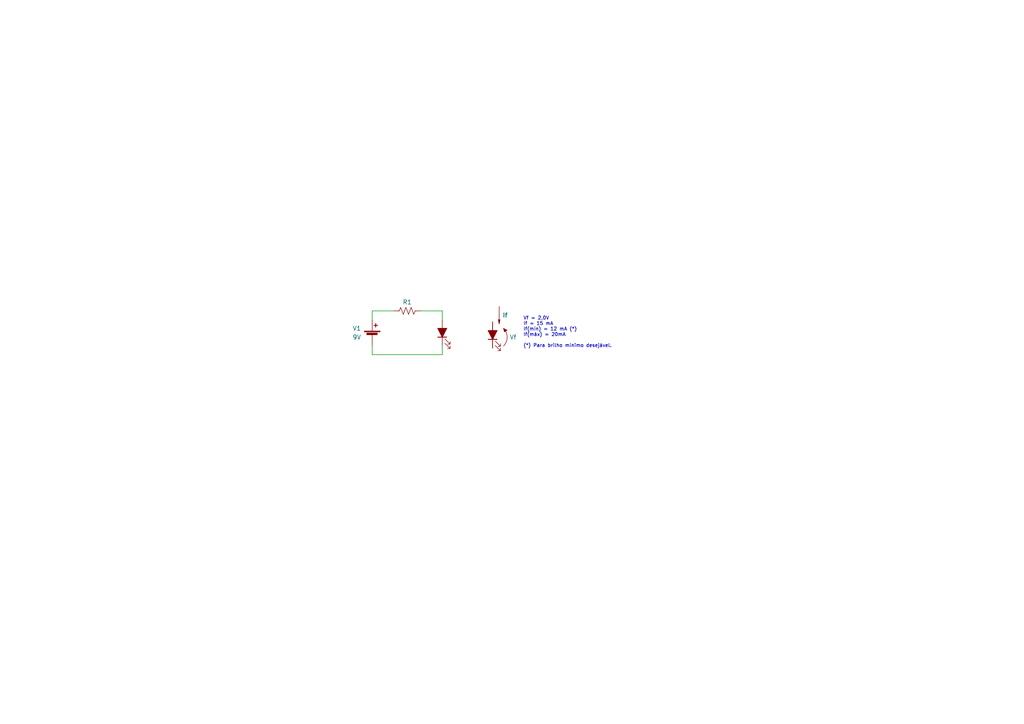
<source format=kicad_sch>
(kicad_sch (version 20211123) (generator eeschema)
  (paper "A4")
  (lib_symbols
    (symbol "Device:Battery_Cell" (pin_numbers hide) (pin_names (offset 0) hide)
      (property "Reference" "BT" (at 2.54 2.54 0))
      (property "Value" "Battery_Cell" (at 2.54 0 0))
      (symbol "Battery_Cell_0_1"
        (rectangle (start -2.286 1.778) (end 2.286 1.524) (fill (type outline)))
        (rectangle (start -1.5748 1.1938) (end 1.4732 0.6858) (fill (type outline)))
        (polyline (pts (xy 0 0.762) (xy 0 0)))
        (polyline (pts (xy 0 1.778) (xy 0 2.54)))
        (polyline (pts (xy 0.508 3.429) (xy 1.524 3.429)) (stroke (width 0.254)))
        (polyline (pts (xy 1.016 3.937) (xy 1.016 2.921)) (stroke (width 0.254)))
      )
      (symbol "Battery_Cell_1_1"
        (pin passive line (at 0 5.08 270) (length 2.54) (name "+") (number "1"))
        (pin passive line (at 0 -2.54 90) (length 2.54) (name "-") (number "2"))
      )
    )
    (symbol "Device:R_US" (pin_numbers hide) (pin_names (offset 0))
      (property "Reference" "R" (at 2.54 0 90))
      (property "Value" "R_US" (at -2.54 0 90))
      (symbol "R_US_0_1"
        (polyline (pts (xy 0 -2.286) (xy 0 -2.54)))
        (polyline (pts (xy 0 2.286) (xy 0 2.54)))
        (polyline (pts (xy 0 -0.762) (xy 1.016 -1.143) (xy 0 -1.524) (xy -1.016 -1.905) (xy 0 -2.286)))
        (polyline (pts (xy 0 0.762) (xy 1.016 0.381) (xy 0 0) (xy -1.016 -0.381) (xy 0 -0.762)))
        (polyline (pts (xy 0 2.286) (xy 1.016 1.905) (xy 0 1.524) (xy -1.016 1.143) (xy 0 0.762)))
      )
      (symbol "R_US_1_1"
        (pin passive line (at 0 3.81 270) (length 1.27) (name "~") (number "1"))
        (pin passive line (at 0 -3.81 90) (length 1.27) (name "~") (number "2"))
      )
    )
    (symbol "dimensionamento-de-resistor-para-led-rescue:LED_ALT-Device" (pin_numbers hide) (pin_names (offset 1.016) hide)
      (property "Reference" "D" (at 0 2.54 0))
      (property "Value" "LED_ALT-Device" (at 0 -2.54 0))
      (symbol "LED_ALT-Device_0_1"
        (polyline (pts (xy -1.27 -1.27) (xy -1.27 1.27)) (stroke (width 0.254)))
        (polyline (pts (xy -1.27 0) (xy 1.27 0)))
        (polyline (pts (xy 1.27 -1.27) (xy 1.27 1.27) (xy -1.27 0) (xy 1.27 -1.27)) (stroke (width 0.254)) (fill (type outline)))
        (polyline (pts (xy -3.048 -0.762) (xy -4.572 -2.286) (xy -3.81 -2.286) (xy -4.572 -2.286) (xy -4.572 -1.524)))
        (polyline (pts (xy -1.778 -0.762) (xy -3.302 -2.286) (xy -2.54 -2.286) (xy -3.302 -2.286) (xy -3.302 -1.524)))
      )
      (symbol "LED_ALT-Device_1_1"
        (pin passive line (at -3.81 0 0) (length 2.54) (name "K") (number "1"))
        (pin passive line (at 3.81 0 180) (length 2.54) (name "A") (number "2"))
      )
    )
    (symbol "dimensionamento-de-resistor-para-led-rescue:seta_corrente-Pessoal" (pin_names (offset 1.016))
      (property "Reference" "I" (at 1.905 1.27 0))
      (symbol "seta_corrente-Pessoal_1_1"
        (polyline (pts (xy 4.064 0) (xy 0 0)))
        (polyline (pts (xy 5.08 0) (xy 3.81 -0.254) (xy 3.81 0.254) (xy 5.08 0)) (fill (type outline)))
      )
    )
    (symbol "dimensionamento-de-resistor-para-led-rescue:seta_tensao-Pessoal" (pin_names (offset 1.016))
      (property "Reference" "V" (at -2.54 0 0))
      (symbol "seta_tensao-Pessoal_0_1"
        (polyline (pts (xy 0 2.54) (xy -1.016 2.032) (xy -0.254 1.524) (xy 0 2.54)) (fill (type outline)))
        (arc (start 0 2.54) (mid -1.0521 0) (end 0 -2.54))
      )
    )
  )
  (wire (pts (xy 128.27 90.17) (xy 121.92 90.17)))
  (wire (pts (xy 128.27 92.71) (xy 128.27 90.17)))
  (wire (pts (xy 107.95 100.33) (xy 107.95 102.87)))
  (wire (pts (xy 128.27 102.87) (xy 128.27 100.33)))
  (wire (pts (xy 107.95 90.17) (xy 107.95 92.71)))
  (wire (pts (xy 114.3 90.17) (xy 107.95 90.17)))
  (wire (pts (xy 107.95 102.87) (xy 128.27 102.87)))
  (text "Vf = 2,0V\nIf = 15 mA\nIf(mín) = 12 mA (*)\nIf(máx) = 20mA\n\n(*) Para brilho mínimo desejável." (at 151.765 100.965 0) (effects (font (size 0.9906 0.9906)) (justify left bottom)))
  (symbol (lib_id "Device:Battery_Cell") (at 107.95 97.79 0) (unit 1)
    (property "Reference" "V1" (at 102.235 95.25 0) (effects (justify left)))
    (property "Value" "9V" (at 102.235 97.79 0) (effects (justify left)))
  )
  (symbol (lib_id "Device:R_US") (at 118.11 90.17 270) (unit 1)
    (property "Reference" "R1" (at 118.11 87.63 90))
    (property "Value" "R_US" (effects hide))
  )
  (symbol (lib_id "dimensionamento-de-resistor-para-led-rescue:LED_ALT-Device") (at 128.27 96.52 90) (unit 1)
    (property "Reference" "D?" (effects hide))
    (property "Value" "LED" (effects hide))
  )
  (symbol (lib_id "dimensionamento-de-resistor-para-led-rescue:LED_ALT-Device") (at 142.875 97.155 90) (unit 1)
    (property "Reference" "D?" (effects hide))
    (property "Value" "LED" (effects hide))
  )
  (symbol (lib_id "dimensionamento-de-resistor-para-led-rescue:seta_corrente-Pessoal") (at 144.78 88.9 270) (unit 1)
    (property "Reference" "If" (at 145.7452 91.44 90) (effects (justify left)))
    (property "Value" "seta_corrente" (effects hide))
  )
  (symbol (lib_id "dimensionamento-de-resistor-para-led-rescue:seta_tensao-Pessoal") (at 146.05 97.79 0) (mirror y) (unit 1)
    (property "Reference" "Vf" (at 147.8026 97.79 0) (effects (justify right)))
    (property "Value" "seta_tensao" (effects hide))
  )
)
</source>
